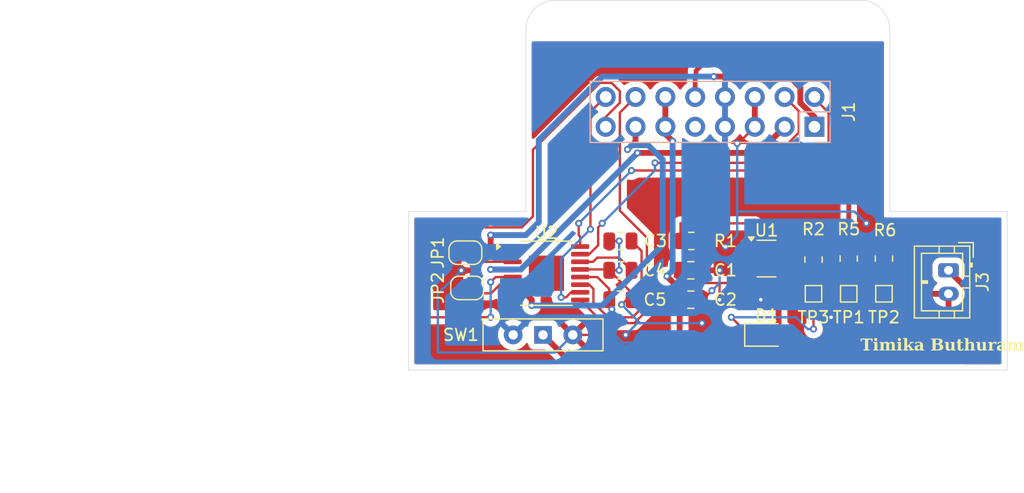
<source format=kicad_pcb>
(kicad_pcb (version 20240108) (generator "pcbnew") (generator_version "8.0")
  (layers (0 "F.Cu" signal) (31 "B.Cu" signal) (34 "B.Paste" user) (35 "F.Paste" user) (36 "B.SilkS" user "B.Silkscreen") (37 "F.SilkS" user "F.Silkscreen") (38 "B.Mask" user) (39 "F.Mask" user) (44 "Edge.Cuts" user))
  (net 0 "")
  (net 1 "/+BATT")
  (net 2 "GND")
  (net 3 "Net-(U2-VCP)")
  (net 4 "Net-(U2-VINT)")
  (net 5 "Net-(D1-K)")
  (net 6 "/5V")
  (net 7 "/Motor2_B")
  (net 8 "/BATT_ADC")
  (net 9 "/PD7")
  (net 10 "/Motor2_A")
  (net 11 "/PC6-91B")
  (net 12 "/Motor1_A")
  (net 13 "/PC6-91A")
  (net 14 "/PC6-92B")
  (net 15 "/Motor1_B")
  (net 16 "/PC6-92A")
  (net 17 "Net-(JP1-B)")
  (net 18 "Net-(JP2-B)")
  (net 19 "Net-(U1-PROG)")
  (net 20 "Net-(U1-STAT)")
  (net 21 "/FAULT")
  (net 22 "/EN")
  (net 23 "Net-(J3-Pin_1)")
  (footprint "Package_TO_SOT_SMD:SOT-23-5" (layer "F.Cu") (at 155 86.5)
    (property "Reference" "U1" (at 0 -2.4 0) (layer "F.SilkS"))
    (property "Value" "MCP73831-2-OT")
    (fp_line (start 0 -1.56) (end -0.8 -1.56) (stroke (width 0.12)) (layer "F.SilkS"))
    (fp_line (start 0 -1.56) (end 0.8 -1.56) (stroke (width 0.12)) (layer "F.SilkS"))
    (fp_line (start 0 1.56) (end -0.8 1.56) (stroke (width 0.12)) (layer "F.SilkS"))
    (fp_line (start 0 1.56) (end 0.8 1.56) (stroke (width 0.12)) (layer "F.SilkS"))
    (fp_poly (pts (xy -1.3 -1.51) (xy -1.54 -1.84) (xy -1.06 -1.84) (xy -1.3 -1.51)) (stroke (width 0.12)) (fill solid) (layer "F.SilkS"))
    (pad "1" smd roundrect (at -1.1375 -0.95) (size 1.325 0.6) (layers "F.Cu" "F.Paste" "F.Mask") (net 20 "Net-(U1-STAT)"))
    (pad "2" smd roundrect (at -1.1375 0) (size 1.325 0.6) (layers "F.Cu" "F.Paste" "F.Mask") (net 2 "GND"))
    (pad "3" smd roundrect (at -1.1375 0.95) (size 1.325 0.6) (layers "F.Cu" "F.Paste" "F.Mask") (net 1 "/+BATT"))
    (pad "4" smd roundrect (at 1.1375 0.95) (size 1.325 0.6) (layers "F.Cu" "F.Paste" "F.Mask") (net 6 "/5V"))
    (pad "5" smd roundrect (at 1.1375 -0.95) (size 1.325 0.6) (layers "F.Cu" "F.Paste" "F.Mask") (net 19 "Net-(U1-PROG)"))
  )
  (footprint "LED_SMD:LED_0805_2012Metric_Pad1.15x1.40mm_HandSolder" (layer "F.Cu") (at 155 93)
    (property "Reference" "D1" (at 0 -1.65 0) (layer "F.SilkS"))
    (property "Value" "LED")
    (fp_line (start -1.86 -0.96) (end -1.86 0.96) (stroke (width 0.12)) (layer "F.SilkS"))
    (fp_line (start -1.86 0.96) (end 1 0.96) (stroke (width 0.12)) (layer "F.SilkS"))
    (fp_line (start 1 -0.96) (end -1.86 -0.96) (stroke (width 0.12)) (layer "F.SilkS"))
    (pad "1" smd roundrect (at -1.025 0) (size 1.15 1.4) (layers "F.Cu" "F.Paste" "F.Mask") (roundrect_rratio 0.2173913043) (net 5 "Net-(D1-K)"))
    (pad "2" smd roundrect (at 1.025 0) (size 1.15 1.4) (layers "F.Cu" "F.Paste" "F.Mask") (roundrect_rratio 0.2173913043) (net 6 "/5V"))
  )
  (footprint "Resistor_SMD:R_0805_2012Metric" (layer "F.Cu") (at 159 86.5875 90)
    (property "Reference" "R2" (at 2.5875 0 0) (layer "F.SilkS"))
    (property "Value" "470")
    (fp_line (start -0.227064 -0.735) (end 0.227064 -0.735) (stroke (width 0.12)) (layer "F.SilkS"))
    (fp_line (start -0.227064 0.735) (end 0.227064 0.735) (stroke (width 0.12)) (layer "F.SilkS"))
    (pad "1" smd roundrect (at -0.9125 0 90) (size 1.025 1.4) (layers "F.Cu" "F.Paste" "F.Mask") (roundrect_rratio 0.243902439) (net 20 "Net-(U1-STAT)"))
    (pad "2" smd roundrect (at 0.9125 0 90) (size 1.025 1.4) (layers "F.Cu" "F.Paste" "F.Mask") (roundrect_rratio 0.243902439) (net 5 "Net-(D1-K)"))
  )
  (footprint "Connector_JST:JST_PH_B2B-PH-K_1x02_P2.00mm_Vertical" (layer "F.Cu") (at 170.5 87.5 -90)
    (property "Reference" "J3" (at 1 -2.9 90) (layer "F.SilkS"))
    (property "Value" "Conn_02x01")
    (fp_line (start -2.06 2.91) (end 4.06 2.91) (stroke (width 0.12)) (layer "F.SilkS"))
    (fp_line (start 4.06 2.91) (end 4.06 -1.81) (stroke (width 0.12)) (layer "F.SilkS"))
    (fp_line (start -1.45 2.3) (end 3.45 2.3) (stroke (width 0.12)) (layer "F.SilkS"))
    (fp_line (start 0.9 2.3) (end 0.9 1.8) (stroke (width 0.12)) (layer "F.SilkS"))
    (fp_line (start 1 2.3) (end 1 1.8) (stroke (width 0.12)) (layer "F.SilkS"))
    (fp_line (start 3.45 2.3) (end 3.45 -1.2) (stroke (width 0.12)) (layer "F.SilkS"))
    (fp_line (start 0.9 1.8) (end 1.1 1.8) (stroke (width 0.12)) (layer "F.SilkS"))
    (fp_line (start 1.1 1.8) (end 1.1 2.3) (stroke (width 0.12)) (layer "F.SilkS"))
    (fp_line (start -2.06 0.8) (end -1.45 0.8) (stroke (width 0.12)) (layer "F.SilkS"))
    (fp_line (start 4.06 0.8) (end 3.45 0.8) (stroke (width 0.12)) (layer "F.SilkS"))
    (fp_line (start -2.06 -0.5) (end -1.45 -0.5) (stroke (width 0.12)) (layer "F.SilkS"))
    (fp_line (start 4.06 -0.5) (end 3.45 -0.5) (stroke (width 0.12)) (layer "F.SilkS"))
    (fp_line (start -1.45 -1.2) (end -1.45 2.3) (stroke (width 0.12)) (layer "F.SilkS"))
    (fp_line (start 0.5 -1.2) (end -1.45 -1.2) (stroke (width 0.12)) (layer "F.SilkS"))
    (fp_line (start 1.5 -1.2) (end 1.5 -1.81) (stroke (width 0.12)) (layer "F.SilkS"))
    (fp_line (start 3.45 -1.2) (end 1.5 -1.2) (stroke (width 0.12)) (layer "F.SilkS"))
    (fp_line (start -2.06 -1.81) (end -2.06 2.91) (stroke (width 0.12)) (layer "F.SilkS"))
    (fp_line (start -0.3 -1.81) (end -0.3 -2.01) (stroke (width 0.12)) (layer "F.SilkS"))
    (fp_line (start 0.5 -1.81) (end 0.5 -1.2) (stroke (width 0.12)) (layer "F.SilkS"))
    (fp_line (start 4.06 -1.81) (end -2.06 -1.81) (stroke (width 0.12)) (layer "F.SilkS"))
    (fp_line (start -0.3 -1.91) (end -0.6 -1.91) (stroke (width 0.12)) (layer "F.SilkS"))
    (fp_line (start -0.6 -2.01) (end -0.6 -1.81) (stroke (width 0.12)) (layer "F.SilkS"))
    (fp_line (start -0.3 -2.01) (end -0.6 -2.01) (stroke (width 0.12)) (layer "F.SilkS"))
    (fp_line (start -2.36 -2.11) (end -2.36 -0.86) (stroke (width 0.12)) (layer "F.SilkS"))
    (fp_line (start -1.11 -2.11) (end -2.36 -2.11) (stroke (width 0.12)) (layer "F.SilkS"))
    (pad "1" thru_hole roundrect (at 0 0 270) (size 1.2 1.75) (drill 0.75) (layers "*.Cu" "*.Mask") (roundrect_rratio 0.2083333333) (net 23 "Net-(J3-Pin_1)"))
    (pad "2" thru_hole oval (at 2 0 270) (size 1.2 1.75) (drill 0.75) (layers "*.Cu" "*.Mask") (net 2 "GND"))
  )
  (footprint "Package_SO:TSSOP-16-1EP_4.4x5mm_P0.65mm_EP3x3mm" (layer "F.Cu") (at 136.25 87.75)
    (property "Reference" "U2" (at 0 -3.45 0) (layer "F.SilkS"))
    (property "Value" "DRV8833PW")
    (fp_line (start 0 -2.735) (end -2.2 -2.735) (stroke (width 0.12)) (layer "F.SilkS"))
    (fp_line (start 0 -2.735) (end 2.2 -2.735) (stroke (width 0.12)) (layer "F.SilkS"))
    (fp_line (start 0 2.735) (end -2.2 2.735) (stroke (width 0.12)) (layer "F.SilkS"))
    (fp_line (start 0 2.735) (end 2.2 2.735) (stroke (width 0.12)) (layer "F.SilkS"))
    (fp_poly (pts (xy -3.91 -2.275) (xy -4.24 -2.515) (xy -4.24 -2.035) (xy -3.91 -2.275)) (stroke (width 0.12)) (fill solid) (layer "F.SilkS"))
    (pad "1" smd roundrect (at -2.875 -2.275) (size 1.55 0.4) (layers "F.Cu" "F.Paste" "F.Mask") (net 22 "/EN"))
    (pad "2" smd roundrect (at -2.875 -1.625) (size 1.55 0.4) (layers "F.Cu" "F.Paste" "F.Mask") (net 10 "/Motor2_A"))
    (pad "3" smd roundrect (at -2.875 -0.975) (size 1.55 0.4) (layers "F.Cu" "F.Paste" "F.Mask") (net 17 "Net-(JP1-B)"))
    (pad "4" smd roundrect (at -2.875 -0.325) (size 1.55 0.4) (layers "F.Cu" "F.Paste" "F.Mask") (net 7 "/Motor2_B"))
    (pad "5" smd roundrect (at -2.875 0.325) (size 1.55 0.4) (layers "F.Cu" "F.Paste" "F.Mask") (net 15 "/Motor1_B"))
    (pad "6" smd roundrect (at -2.875 0.975) (size 1.55 0.4) (layers "F.Cu" "F.Paste" "F.Mask") (net 18 "Net-(JP2-B)"))
    (pad "7" smd roundrect (at -2.875 1.625) (size 1.55 0.4) (layers "F.Cu" "F.Paste" "F.Mask") (net 12 "/Motor1_A"))
    (pad "8" smd roundrect (at -2.875 2.275) (size 1.55 0.4) (layers "F.Cu" "F.Paste" "F.Mask") (net 21 "/FAULT"))
    (pad "9" smd roundrect (at 2.875 2.275) (size 1.55 0.4) (layers "F.Cu" "F.Paste" "F.Mask") (net 13 "/PC6-91A"))
    (pad "10" smd roundrect (at 2.875 1.625) (size 1.55 0.4) (layers "F.Cu" "F.Paste" "F.Mask") (net 11 "/PC6-91B"))
    (pad "11" smd roundrect (at 2.875 0.975) (size 1.55 0.4) (layers "F.Cu" "F.Paste" "F.Mask") (net 3 "Net-(U2-VCP)"))
    (pad "12" smd roundrect (at 2.875 0.325) (size 1.55 0.4) (layers "F.Cu" "F.Paste" "F.Mask") (net 1 "/+BATT"))
    (pad "13" smd roundrect (at 2.875 -0.325) (size 1.55 0.4) (layers "F.Cu" "F.Paste" "F.Mask") (net 2 "GND"))
    (pad "14" smd roundrect (at 2.875 -0.975) (size 1.55 0.4) (layers "F.Cu" "F.Paste" "F.Mask") (net 4 "Net-(U2-VINT)"))
    (pad "15" smd roundrect (at 2.875 -1.625) (size 1.55 0.4) (layers "F.Cu" "F.Paste" "F.Mask") (net 14 "/PC6-92B"))
    (pad "16" smd roundrect (at 2.875 -2.275) (size 1.55 0.4) (layers "F.Cu" "F.Paste" "F.Mask") (net 16 "/PC6-92A"))
    (pad "17" smd rect (at 0 0) (size 3 3) (property pad_prop_heatsink) (layers "F.Cu" "F.Mask"))
  )
  (footprint "Capacitor_SMD:C_0805_2012Metric" (layer "F.Cu") (at 142.55 90)
    (property "Reference" "C5" (at 2.95 0 0) (layer "F.SilkS"))
    (property "Value" "10uF")
    (fp_line (start -0.261252 -0.735) (end 0.261252 -0.735) (stroke (width 0.12)) (layer "F.SilkS"))
    (fp_line (start -0.261252 0.735) (end 0.261252 0.735) (stroke (width 0.12)) (layer "F.SilkS"))
    (pad "1" smd roundrect (at -0.95 0) (size 1 1.45) (layers "F.Cu" "F.Paste" "F.Mask") (net 1 "/+BATT"))
    (pad "2" smd roundrect (at 0.95 0) (size 1 1.45) (layers "F.Cu" "F.Paste" "F.Mask") (net 2 "GND"))
  )
  (footprint "TestPoint:TestPoint_Pad_1.0x1.0mm" (layer "F.Cu") (at 165 89.5)
    (property "Reference" "TP2" (at 0 2 0) (layer "F.SilkS"))
    (property "Value" "TestPoint")
    (fp_line (start -0.7 -0.7) (end 0.7 -0.7) (stroke (width 0.12)) (layer "F.SilkS"))
    (fp_line (start -0.7 0.7) (end -0.7 -0.7) (stroke (width 0.12)) (layer "F.SilkS"))
    (fp_line (start 0.7 -0.7) (end 0.7 0.7) (stroke (width 0.12)) (layer "F.SilkS"))
    (fp_line (start 0.7 0.7) (end -0.7 0.7) (stroke (width 0.12)) (layer "F.SilkS"))
    (pad "1" smd rect (at 0 0) (size 1 1) (layers "F.Cu" "F.Mask") (net 8 "/BATT_ADC"))
  )
  (footprint "Jumper:SolderJumper-2_P1.3mm_Bridged_RoundedPad1.0x1.5mm" (layer "F.Cu") (at 129.5 89)
    (property "Reference" "JP2" (at -2.5 0 90) (layer "F.SilkS"))
    (property "Value" "Jumper_2_Bridged")
    (fp_poly (pts (xy 0.25 -0.3) (xy -0.25 -0.3) (xy -0.25 0.3) (xy 0.25 0.3)) (fill solid) (layer "F.Cu"))
    (fp_line (start -1.4 0.3) (end -1.4 -0.3) (stroke (width 0.12)) (layer "F.SilkS"))
    (fp_line (start -0.7 -1) (end 0.7 -1) (stroke (width 0.12)) (layer "F.SilkS"))
    (fp_line (start 0.7 1) (end -0.7 1) (stroke (width 0.12)) (layer "F.SilkS"))
    (fp_line (start 1.4 -0.3) (end 1.4 0.3) (stroke (width 0.12)) (layer "F.SilkS"))
    (fp_arc (start -1.4 -0.3) (mid -1.194975 -0.794975) (end -0.7 -1) (stroke (width 0.12)) (layer "F.SilkS"))
    (fp_arc (start -0.7 1) (mid -1.194975 0.794975) (end -1.4 0.3) (stroke (width 0.12)) (layer "F.SilkS"))
    (fp_arc (start 0.7 -1) (mid 1.194975 -0.794975) (end 1.4 -0.3) (stroke (width 0.12)) (layer "F.SilkS"))
    (fp_arc (start 1.4 0.3) (mid 1.194975 0.794975) (end 0.7 1) (stroke (width 0.12)) (layer "F.SilkS"))
    (pad "1" smd custom (at -0.65 0) (size 1 0.5) (layers "F.Cu" "F.Mask") (net 2 "GND") (options (clearance outline) (anchor rect)) (primitives (gr_circle (center 0 0.25) (end 0.5 0.25) (width 0) (fill yes)) (gr_circle (center 0 -0.25) (end 0.5 -0.25) (width 0) (fill yes)) (gr_poly (pts (xy 0.5 0.75) (xy 0 0.75) (xy 0 -0.75) (xy 0.5 -0.75)) (width 0) (fill yes))))
    (pad "2" smd custom (at 0.65 0) (size 1 0.5) (layers "F.Cu" "F.Mask") (net 18 "Net-(JP2-B)") (options (clearance outline) (anchor rect)) (primitives (gr_circle (center 0 0.25) (end 0.5 0.25) (width 0) (fill yes)) (gr_circle (center 0 -0.25) (end 0.5 -0.25) (width 0) (fill yes)) (gr_poly (pts (xy 0 0.75) (xy -0.5 0.75) (xy -0.5 -0.75) (xy 0 -0.75)) (width 0) (fill yes))))
  )
  (footprint "TestPoint:TestPoint_Pad_1.0x1.0mm" (layer "F.Cu") (at 162 89.5)
    (property "Reference" "TP1" (at 0 2 0) (layer "F.SilkS"))
    (property "Value" "TestPoint")
    (fp_line (start -0.7 -0.7) (end 0.7 -0.7) (stroke (width 0.12)) (layer "F.SilkS"))
    (fp_line (start -0.7 0.7) (end -0.7 -0.7) (stroke (width 0.12)) (layer "F.SilkS"))
    (fp_line (start 0.7 -0.7) (end 0.7 0.7) (stroke (width 0.12)) (layer "F.SilkS"))
    (fp_line (start 0.7 0.7) (end -0.7 0.7) (stroke (width 0.12)) (layer "F.SilkS"))
    (pad "1" smd rect (at 0 0) (size 1 1) (layers "F.Cu" "F.Mask") (net 1 "/+BATT"))
  )
  (footprint "Resistor_SMD:R_0805_2012Metric" (layer "F.Cu") (at 162 86.5 90)
    (property "Reference" "R5" (at 2.5 0 0) (layer "F.SilkS"))
    (property "Value" "100k")
    (fp_line (start -0.227064 -0.735) (end 0.227064 -0.735) (stroke (width 0.12)) (layer "F.SilkS"))
    (fp_line (start -0.227064 0.735) (end 0.227064 0.735) (stroke (width 0.12)) (layer "F.SilkS"))
    (pad "1" smd roundrect (at -0.9125 0 90) (size 1.025 1.4) (layers "F.Cu" "F.Paste" "F.Mask") (roundrect_rratio 0.243902439) (net 1 "/+BATT"))
    (pad "2" smd roundrect (at 0.9125 0 90) (size 1.025 1.4) (layers "F.Cu" "F.Paste" "F.Mask") (roundrect_rratio 0.243902439) (net 8 "/BATT_ADC"))
  )
  (footprint "Button_Switch_THT:SW_Slide-03_Wuerth-WS-SLTV_10x2.5x6.4_P2.54mm" (layer "F.Cu") (at 135.96 93)
    (property "Reference" "SW1" (at -7 0 0) (layer "F.SilkS"))
    (property "Value" "SW_SPDT")
    (fp_rect (start -5.11 -1.36) (end 5.11 1.36) (stroke (width 0.12)) (fill none) (layer "F.SilkS"))
    (pad "1" thru_hole rect (at 0 0) (size 1.5 1.5) (drill 0.8) (layers "*.Cu" "*.Mask") (net 23 "Net-(J3-Pin_1)"))
    (pad "2" thru_hole circle (at -2.54 0) (size 1.6 1.6) (drill 0.8) (layers "*.Cu" "*.Mask") (net 1 "/+BATT"))
    (pad "3" thru_hole circle (at 2.54 0) (size 1.6 1.6) (drill 0.8) (layers "*.Cu" "*.Mask") (net 2 "GND"))
  )
  (footprint "TestPoint:TestPoint_Pad_1.0x1.0mm" (layer "F.Cu") (at 159 89.5)
    (property "Reference" "TP3" (at 0 2 0) (layer "F.SilkS"))
    (property "Value" "TestPoint")
    (fp_line (start -0.7 -0.7) (end 0.7 -0.7) (stroke (width 0.12)) (layer "F.SilkS"))
    (fp_line (start -0.7 0.7) (end -0.7 -0.7) (stroke (width 0.12)) (layer "F.SilkS"))
    (fp_line (start 0.7 -0.7) (end 0.7 0.7) (stroke (width 0.12)) (layer "F.SilkS"))
    (fp_line (start 0.7 0.7) (end -0.7 0.7) (stroke (width 0.12)) (layer "F.SilkS"))
    (pad "1" smd rect (at 0 0) (size 1 1) (layers "F.Cu" "F.Mask") (net 5 "Net-(D1-K)"))
  )
  (footprint "Resistor_SMD:R_0805_2012Metric" (layer "F.Cu") (at 148.5875 85)
    (property "Reference" "R1" (at 2.9125 0 0) (layer "F.SilkS"))
    (property "Value" "2k")
    (fp_line (start -0.227064 -0.735) (end 0.227064 -0.735) (stroke (width 0.12)) (layer "F.SilkS"))
    (fp_line (start -0.227064 0.735) (end 0.227064 0.735) (stroke (width 0.12)) (layer "F.SilkS"))
    (pad "1" smd roundrect (at -0.9125 0) (size 1.025 1.4) (layers "F.Cu" "F.Paste" "F.Mask") (roundrect_rratio 0.243902439) (net 19 "Net-(U1-PROG)"))
    (pad "2" smd roundrect (at 0.9125 0) (size 1.025 1.4) (layers "F.Cu" "F.Paste" "F.Mask") (roundrect_rratio 0.243902439) (net 2 "GND"))
  )
  (footprint "Capacitor_SMD:C_0805_2012Metric" (layer "F.Cu") (at 142.55 85)
    (property "Reference" "C3" (at 3 0 0) (layer "F.SilkS"))
    (property "Value" "10nF")
    (fp_line (start -0.261252 -0.735) (end 0.261252 -0.735) (stroke (width 0.12)) (layer "F.SilkS"))
    (fp_line (start -0.261252 0.735) (end 0.261252 0.735) (stroke (width 0.12)) (layer "F.SilkS"))
    (pad "1" smd roundrect (at -0.95 0) (size 1 1.45) (layers "F.Cu" "F.Paste" "F.Mask") (net 2 "GND"))
    (pad "2" smd roundrect (at 0.95 0) (size 1 1.45) (layers "F.Cu" "F.Paste" "F.Mask") (net 3 "Net-(U2-VCP)"))
  )
  (footprint "Capacitor_SMD:C_0805_2012Metric" (layer "F.Cu") (at 142.55 87.5)
    (property "Reference" "C4" (at 2.95 0 0) (layer "F.SilkS"))
    (property "Value" "2.2uF")
    (fp_line (start -0.261252 -0.735) (end 0.261252 -0.735) (stroke (width 0.12)) (layer "F.SilkS"))
    (fp_line (start -0.261252 0.735) (end 0.261252 0.735) (stroke (width 0.12)) (layer "F.SilkS"))
    (pad "1" smd roundrect (at -0.95 0) (size 1 1.45) (layers "F.Cu" "F.Paste" "F.Mask") (net 2 "GND"))
    (pad "2" smd roundrect (at 0.95 0) (size 1 1.45) (layers "F.Cu" "F.Paste" "F.Mask") (net 4 "Net-(U2-VINT)"))
  )
  (footprint "Jumper:SolderJumper-2_P1.3mm_Bridged_RoundedPad1.0x1.5mm" (layer "F.Cu") (at 129.35 86)
    (property "Reference" "JP1" (at -2.35 0 90) (layer "F.SilkS"))
    (property "Value" "Jumper_2_Bridged")
    (fp_poly (pts (xy 0.25 -0.3) (xy -0.25 -0.3) (xy -0.25 0.3) (xy 0.25 0.3)) (fill solid) (layer "F.Cu"))
    (fp_line (start -1.4 0.3) (end -1.4 -0.3) (stroke (width 0.12)) (layer "F.SilkS"))
    (fp_line (start -0.7 -1) (end 0.7 -1) (stroke (width 0.12)) (layer "F.SilkS"))
    (fp_line (start 0.7 1) (end -0.7 1) (stroke (width 0.12)) (layer "F.SilkS"))
    (fp_line (start 1.4 -0.3) (end 1.4 0.3) (stroke (width 0.12)) (layer "F.SilkS"))
    (fp_arc (start -1.4 -0.3) (mid -1.194975 -0.794975) (end -0.7 -1) (stroke (width 0.12)) (layer "F.SilkS"))
    (fp_arc (start -0.7 1) (mid -1.194975 0.794975) (end -1.4 0.3) (stroke (width 0.12)) (layer "F.SilkS"))
    (fp_arc (start 0.7 -1) (mid 1.194975 -0.794975) (end 1.4 -0.3) (stroke (width 0.12)) (layer "F.SilkS"))
    (fp_arc (start 1.4 0.3) (mid 1.194975 0.794975) (end 0.7 1) (stroke (width 0.12)) (layer "F.SilkS"))
    (pad "1" smd custom (at -0.65 0) (size 1 0.5) (layers "F.Cu" "F.Mask") (net 2 "GND") (options (clearance outline) (anchor rect)) (primitives (gr_circle (center 0 0.25) (end 0.5 0.25) (width 0) (fill yes)) (gr_circle (center 0 -0.25) (end 0.5 -0.25) (width 0) (fill yes)) (gr_poly (pts (xy 0.5 0.75) (xy 0 0.75) (xy 0 -0.75) (xy 0.5 -0.75)) (width 0) (fill yes))))
    (pad "2" smd custom (at 0.65 0) (size 1 0.5) (layers "F.Cu" "F.Mask") (net 17 "Net-(JP1-B)") (options (clearance outline) (anchor rect)) (primitives (gr_circle (center 0 0.25) (end 0.5 0.25) (width 0) (fill yes)) (gr_circle (center 0 -0.25) (end 0.5 -0.25) (width 0) (fill yes)) (gr_poly (pts (xy 0 0.75) (xy -0.5 0.75) (xy -0.5 -0.75) (xy 0 -0.75)) (width 0) (fill yes))))
  )
  (footprint "Capacitor_SMD:C_0805_2012Metric" (layer "F.Cu") (at 148.55 87.5)
    (property "Reference" "C1" (at 2.95 0 0) (layer "F.SilkS"))
    (property "Value" "4.7u")
    (fp_line (start -0.261252 -0.735) (end 0.261252 -0.735) (stroke (width 0.12)) (layer "F.SilkS"))
    (fp_line (start -0.261252 0.735) (end 0.261252 0.735) (stroke (width 0.12)) (layer "F.SilkS"))
    (pad "1" smd roundrect (at -0.95 0) (size 1 1.45) (layers "F.Cu" "F.Paste" "F.Mask") (net 1 "/+BATT"))
    (pad "2" smd roundrect (at 0.95 0) (size 1 1.45) (layers "F.Cu" "F.Paste" "F.Mask") (net 2 "GND"))
  )
  (footprint "Resistor_SMD:R_0805_2012Metric" (layer "F.Cu") (at 165 86.5 90)
    (property "Reference" "R6" (at 2.415 0.085 360) (layer "F.SilkS"))
    (property "Value" "100k")
    (fp_line (start -0.227064 -0.735) (end 0.227064 -0.735) (stroke (width 0.12)) (layer "F.SilkS"))
    (fp_line (start -0.227064 0.735) (end 0.227064 0.735) (stroke (width 0.12)) (layer "F.SilkS"))
    (pad "1" smd roundrect (at -0.9125 0 90) (size 1.025 1.4) (layers "F.Cu" "F.Paste" "F.Mask") (roundrect_rratio 0.243902439) (net 8 "/BATT_ADC"))
    (pad "2" smd roundrect (at 0.9125 0 90) (size 1.025 1.4) (layers "F.Cu" "F.Paste" "F.Mask") (roundrect_rratio 0.243902439) (net 2 "GND"))
  )
  (footprint "Capacitor_SMD:C_0805_2012Metric" (layer "F.Cu") (at 148.55 90)
    (property "Reference" "C2" (at 2.95 0 0) (layer "F.SilkS"))
    (property "Value" "4.7u")
    (fp_line (start -0.261252 -0.735) (end 0.261252 -0.735) (stroke (width 0.12)) (layer "F.SilkS"))
    (fp_line (start -0.261252 0.735) (end 0.261252 0.735) (stroke (width 0.12)) (layer "F.SilkS"))
    (pad "1" smd roundrect (at -0.95 0) (size 1 1.45) (layers "F.Cu" "F.Paste" "F.Mask") (net 6 "/5V"))
    (pad "2" smd roundrect (at 0.95 0) (size 1 1.45) (layers "F.Cu" "F.Paste" "F.Mask") (net 2 "GND"))
  )
  (footprint "Connector_PinHeader_2.54mm:PinHeader_2x08_P2.54mm_Vertical" (layer "B.Cu") (at 159.08 75.275 90)
    (property "Reference" "J1" (at 1.275 2.92 -270) (layer "F.SilkS"))
    (property "Value" "Conn_02x08_Odd_Even")
    (fp_line (start 3.87 -19.11) (end -1.33 -19.11) (stroke (width 0.12)) (layer "B.SilkS"))
    (fp_line (start 3.87 -19.11) (end 3.87 1.33) (stroke (width 0.12)) (layer "B.SilkS"))
    (fp_line (start -1.33 -19.11) (end -1.33 -1.27) (stroke (width 0.12)) (layer "B.SilkS"))
    (fp_line (start 1.27 -1.27) (end -1.33 -1.27) (stroke (width 0.12)) (layer "B.SilkS"))
    (fp_line (start 3.87 1.33) (end 1.27 1.33) (stroke (width 0.12)) (layer "B.SilkS"))
    (fp_line (start 1.27 1.33) (end 1.27 -1.27) (stroke (width 0.12)) (layer "B.SilkS"))
    (fp_line (start 0 1.33) (end -1.33 1.33) (stroke (width 0.12)) (layer "B.SilkS"))
    (fp_line (start -1.33 1.33) (end -1.33 0) (stroke (width 0.12)) (layer "B.SilkS"))
    (pad "1" thru_hole rect (at 0 0 90) (size 1.7 1.7) (drill 1) (layers "*.Cu" "*.Mask") (net 10 "/Motor2_A"))
    (pad "2" thru_hole oval (at 2.54 0 90) (size 1.7 1.7) (drill 1) (layers "*.Cu" "*.Mask") (net 16 "/PC6-92A"))
    (pad "3" thru_hole oval (at 0 -2.54 90) (size 1.7 1.7) (drill 1) (layers "*.Cu" "*.Mask") (net 7 "/Motor2_B"))
    (pad "4" thru_hole oval (at 2.54 -2.54 90) (size 1.7 1.7) (drill 1) (layers "*.Cu" "*.Mask") (net 14 "/PC6-92B"))
    (pad "5" thru_hole oval (at 0 -5.08 90) (size 1.7 1.7) (drill 1) (layers "*.Cu" "*.Mask") (net 2 "GND"))
    (pad "6" thru_hole oval (at 2.54 -5.08 90) (size 1.7 1.7) (drill 1) (layers "*.Cu" "*.Mask") (net 2 "GND"))
    (pad "7" thru_hole oval (at 0 -7.62 90) (size 1.7 1.7) (drill 1) (layers "*.Cu" "*.Mask") (net 1 "/+BATT"))
    (pad "8" thru_hole oval (at 2.54 -7.62 90) (size 1.7 1.7) (drill 1) (layers "*.Cu" "*.Mask") (net 1 "/+BATT"))
    (pad "9" thru_hole oval (at 0 -10.16 90) (size 1.7 1.7) (drill 1) (layers "*.Cu" "*.Mask") (net 9 "/PD7"))
    (pad "10" thru_hole oval (at 2.54 -10.16 90) (size 1.7 1.7) (drill 1) (layers "*.Cu" "*.Mask") (net 8 "/BATT_ADC"))
    (pad "11" thru_hole oval (at 0 -12.7 90) (size 1.7 1.7) (drill 1) (layers "*.Cu" "*.Mask") (net 6 "/5V"))
    (pad "12" thru_hole oval (at 2.54 -12.7 90) (size 1.7 1.7) (drill 1) (layers "*.Cu" "*.Mask") (net 6 "/5V"))
    (pad "13" thru_hole oval (at 0 -15.24 90) (size 1.7 1.7) (drill 1) (layers "*.Cu" "*.Mask") (net 12 "/Motor1_A"))
    (pad "14" thru_hole oval (at 2.54 -15.24 90) (size 1.7 1.7) (drill 1) (layers "*.Cu" "*.Mask") (net 13 "/PC6-91A"))
    (pad "15" thru_hole oval (at 0 -17.78 90) (size 1.7 1.7) (drill 1) (layers "*.Cu" "*.Mask") (net 15 "/Motor1_B"))
    (pad "16" thru_hole oval (at 2.54 -17.78 90) (size 1.7 1.7) (drill 1) (layers "*.Cu" "*.Mask") (net 11 "/PC6-91B"))
  )
  (gr_line (start 124.5 82.5) (end 124.5 96) (stroke (width 0.05)) (layer "Edge.Cuts"))
  (gr_line (start 124.5 96) (end 175.5 96) (stroke (width 0.05)) (layer "Edge.Cuts"))
  (gr_line (start 175.5 82.5) (end 175.5 96) (stroke (width 0.05)) (layer "Edge.Cuts"))
  (gr_line (start 137 64.5) (end 163 64.5) (stroke (width 0.05)) (layer "Edge.Cuts"))
  (gr_line (start 165.5 82.5) (end 175.5 82.5) (stroke (width 0.05)) (layer "Edge.Cuts"))
  (gr_line (start 134.5 67) (end 134.5 82.5) (stroke (width 0.05)) (layer "Edge.Cuts"))
  (gr_line (start 134.5 82.5) (end 124.5 82.5) (stroke (width 0.05)) (layer "Edge.Cuts"))
  (gr_arc (start 163 64.5) (mid 164.767767 65.232233) (end 165.5 67) (stroke (width 0.05)) (layer "Edge.Cuts"))
  (gr_arc (start 134.5 67) (mid 135.232233 65.232233) (end 137 64.5) (stroke (width 0.05)) (layer "Edge.Cuts"))
  (gr_line (start 165.5 67) (end 165.5 82.5) (stroke (width 0.05)) (layer "Edge.Cuts"))
  (gr_text "Timika Buthuram" (at 163 94.5 0) (layer "F.SilkS") (effects (font (size 1 1) (thickness 0.2) (bold yes)) (justify left bottom)))
  (segment (start 152.7335 88.579) (end 153.8625 87.45) (width 0.2) (layer "F.Cu") (net 1))
  (segment (start 147.6 87.5) (end 148.679 88.579) (width 0.2) (layer "F.Cu") (net 1))
  (segment (start 141.6 90.589685) (end 141.823672 90.813357) (width 0.2) (layer "F.Cu") (net 1))
  (segment (start 141.6 90) (end 141.6 90.589685) (width 0.2) (layer "F.Cu") (net 1))
  (segment (start 162 89.5) (end 162 90) (width 0.5) (layer "F.Cu") (net 1))
  (segment (start 151 88.579) (end 152.7335 88.579) (width 0.2) (layer "F.Cu") (net 1))
  (segment (start 154.5 90) (end 154.5 88.0875) (width 0.5) (layer "F.Cu") (net 1))
  (segment (start 139.125 88.075) (end 140.588888 88.075) (width 0.2) (layer "F.Cu") (net 1))
  (segment (start 162 89.5) (end 162 87.4125) (width 0.5) (layer "F.Cu") (net 1))
  (segment (start 140.588888 88.075) (end 141.6 89.086112) (width 0.2) (layer "F.Cu") (net 1))
  (segment (start 162 90) (end 160.5 91.5) (width 0.5) (layer "F.Cu") (net 1))
  (segment (start 141.6 89.086112) (end 141.6 90) (width 0.2) (layer "F.Cu") (net 1))
  (segment (start 151 90) (end 151 88.579) (width 0.2) (layer "F.Cu") (net 1))
  (segment (start 154.5 88.0875) (end 153.8625 87.45) (width 0.5) (layer "F.Cu") (net 1))
  (segment (start 148.679 88.579) (end 151 88.579) (width 0.2) (layer "F.Cu") (net 1))
  (via (at 160.5 91.5) (size 0.6) (drill 0.3) (layers "F.Cu" "B.Cu") (net 1))
  (via (at 141.823672 90.813357) (size 0.6) (drill 0.3) (layers "F.Cu" "B.Cu") (net 1))
  (via (at 154.5 90) (size 0.6) (drill 0.3) (layers "F.Cu" "B.Cu") (net 1))
  (via (at 151 90) (size 0.6) (drill 0.3) (layers "F.Cu" "B.Cu") (net 1))
  (segment (start 141.823672 92.748568) (end 142.729104 93.654) (width 0.2) (layer "B.Cu") (net 1))
  (segment (start 160.5 91.5) (end 159 90) (width 0.5) (layer "B.Cu") (net 1))
  (segment (start 142.729104 93.654) (end 148.846 93.654) (width 0.2) (layer "B.Cu") (net 1))
  (segment (start 141.823672 90.813357) (end 141.823672 92.748568) (width 0.2) (layer "B.Cu") (net 1))
  (segment (start 148.846 93.654) (end 151 91.5) (width 0.2) (layer "B.Cu") (net 1))
  (segment (start 159 90) (end 154.5 90) (width 0.5) (layer "B.Cu") (net 1))
  (segment (start 151 91.5) (end 151 90) (width 0.2) (layer "B.Cu") (net 1))
  (segment (start 128.85 89) (end 128.85 87.65) (width 0.2) (layer "F.Cu") (net 2))
  (segment (start 165 85.5875) (end 165 85) (width 0.2) (layer "F.Cu") (net 2))
  (segment (start 149.5 85) (end 151 85) (width 0.2) (layer "F.Cu") (net 2))
  (segment (start 152.579 76.696) (end 154 75.275) (width 0.2) (layer "F.Cu") (net 2))
  (segment (start 142.446 87.5) (end 141.6 87.5) (width 0.2) (layer "F.Cu") (net 2))
  (segment (start 143.079 90) (end 142.654 90.425) (width 0.2) (layer "F.Cu") (net 2))
  (segment (start 141.6 85) (end 142.446 85) (width 0.2) (layer "F.Cu") (net 2))
  (segment (start 165 85) (end 163.5 83.5) (width 0.2) (layer "F.Cu") (net 2))
  (segment (start 139 93) (end 143 93) (width 0.2) (layer "F.Cu") (net 2))
  (segment (start 151 85) (end 151.5 85.5) (width 0.2) (layer "F.Cu") (net 2))
  (segment (start 152.5 76.696) (end 152.579 76.696) (width 0.2) (layer "F.Cu") (net 2))
  (segment (start 143.5 89.4) (end 143.5 90) (width 0.2) (layer "F.Cu") (net 2))
  (segment (start 149.5 92) (end 149.5 90) (width 0.2) (layer "F.Cu") (net 2))
  (segment (start 151 87.5) (end 149.5 87.5) (width 0.2) (layer "F.Cu") (net 2))
  (segment (start 149.5 87.5) (end 151.5 85.5) (width 0.2) (layer "F.Cu") (net 2))
  (segment (start 128.85 87.65) (end 129 87.5) (width 0.2) (layer "F.Cu") (net 2))
  (segment (start 143.5 90) (end 143.079 90) (width 0.2) (layer "F.Cu") (net 2))
  (segment (start 139.125 87.425) (end 141.525 87.425) (width 0.2) (layer "F.Cu") (net 2))
  (segment (start 138.5 93) (end 139 93) (width 0.2) (layer "F.Cu") (net 2))
  (segment (start 149.579 90) (end 150.346 89.233) (width 0.2) (layer "F.Cu") (net 2))
  (segment (start 149.5 90) (end 149.579 90) (width 0.2) (layer "F.Cu") (net 2))
  (segment (start 141.525 87.425) (end 141.6 87.5) (width 0.2) (layer "F.Cu") (net 2))
  (segment (start 141.6 87.5) (end 143.5 89.4) (width 0.2) (layer "F.Cu") (net 2))
  (via (at 151 87.5) (size 0.6) (drill 0.3) (layers "F.Cu" "B.Cu") (net 2))
  (via (at 152.5 76.696) (size 0.6) (drill 0.3) (layers "F.Cu" "B.Cu") (net 2))
  (via (at 151.5 85.5) (size 0.6) (drill 0.3) (layers "F.Cu" "B.Cu") (net 2))
  (via (at 142.654 90.425) (size 0.6) (drill 0.3) (layers "F.Cu" "B.Cu") (net 2))
  (via (at 143 93) (size 0.6) (drill 0.3) (layers "F.Cu" "B.Cu") (net 2))
  (via (at 142.446 87.5) (size 0.6) (drill 0.3) (layers "F.Cu" "B.Cu") (net 2))
  (via (at 142.446 85) (size 0.6) (drill 0.3) (layers "F.Cu" "B.Cu") (net 2))
  (via (at 163.5 83.5) (size 0.6) (drill 0.3) (layers "F.Cu" "B.Cu") (net 2))
  (via (at 149.5 92) (size 0.6) (drill 0.3) (layers "F.Cu" "B.Cu") (net 2))
  (via (at 150.346 89.233) (size 0.6) (drill 0.3) (layers "F.Cu" "B.Cu") (net 2))
  (via (at 129 87.5) (size 0.6) (drill 0.3) (layers "F.Cu" "B.Cu") (net 2))
  (segment (start 127 89.5) (end 127 94.5) (width 0.2) (layer "B.Cu") (net 2))
  (segment (start 142.654 90.425) (end 144.229 92) (width 0.2) (layer "B.Cu") (net 2))
  (segment (start 151 88.579) (end 151 87.5) (width 0.2) (layer "B.Cu") (net 2))
  (segment (start 127 94.5) (end 137 94.5) (width 0.2) (layer "B.Cu") (net 2))
  (segment (start 137 94.5) (end 138.5 93) (width 0.2) (layer "B.Cu") (net 2))
  (segment (start 144 92) (end 144.229 92) (width 0.2) (layer "B.Cu") (net 2))
  (segment (start 152.5 84.5) (end 152.5 82.5) (width 0.2) (layer "B.Cu") (net 2))
  (segment (start 163.5 83.5) (end 162.5 82.5) (width 0.2) (layer "B.Cu") (net 2))
  (segment (start 144.229 92) (end 149.5 92) (width 0.2) (layer "B.Cu") (net 2))
  (segment (start 152.5 82.5) (end 152.5 76.696) (width 0.2) (layer "B.Cu") (net 2))
  (segment (start 142.446 85.946) (end 142.446 87.5) (width 0.2) (layer "B.Cu") (net 2))
  (segment (start 142.446 85) (end 142.446 85.946) (width 0.2) (layer "B.Cu") (net 2))
  (segment (start 129 87.5) (end 127 89.5) (width 0.2) (layer "B.Cu") (net 2))
  (segment (start 162.5 82.5) (end 152.5 82.5) (width 0.2) (layer "B.Cu") (net 2))
  (segment (start 150.346 89.233) (end 151 88.579) (width 0.2) (layer "B.Cu") (net 2))
  (segment (start 143 93) (end 144 92) (width 0.2) (layer "B.Cu") (net 2))
  (segment (start 151.5 85.5) (end 152.5 84.5) (width 0.2) (layer "B.Cu") (net 2))
  (segment (start 141.5 91.5) (end 140.254 90.254) (width 0.2) (layer "F.Cu") (net 3))
  (segment (start 144.354 85.854) (end 144.354 90.732112) (width 0.2) (layer "F.Cu") (net 3))
  (segment (start 143.586112 91.5) (end 141.5 91.5) (width 0.2) (layer "F.Cu") (net 3))
  (segment (start 144.354 90.732112) (end 143.586112 91.5) (width 0.2) (layer "F.Cu") (net 3))
  (segment (start 143.5 85) (end 144.354 85.854) (width 0.2) (layer "F.Cu") (net 3))
  (segment (start 140.254 90.254) (end 140.254 89.079001) (width 0.2) (layer "F.Cu") (net 3))
  (segment (start 139.899999 88.725) (end 139.125 88.725) (width 0.2) (layer "F.Cu") (net 3))
  (segment (start 140.254 89.079001) (end 139.899999 88.725) (width 0.2) (layer "F.Cu") (net 3))
  (segment (start 140.225 86.775) (end 139.125 86.775) (width 0.2) (layer "F.Cu") (net 4))
  (segment (start 142.421 86.421) (end 140.579 86.421) (width 0.2) (layer "F.Cu") (net 4))
  (segment (start 140.579 86.421) (end 140.225 86.775) (width 0.2) (layer "F.Cu") (net 4))
  (segment (start 143.5 87.5) (end 142.421 86.421) (width 0.2) (layer "F.Cu") (net 4))
  (segment (start 152 91.5) (end 153.5 93) (width 0.2) (layer "F.Cu") (net 5))
  (segment (start 159 89.5) (end 159 92.5) (width 0.2) (layer "F.Cu") (net 5))
  (segment (start 160.054 86.729) (end 159 85.675) (width 0.2) (layer "F.Cu") (net 5))
  (segment (start 159 89.5) (end 160.054 88.446) (width 0.2) (layer "F.Cu") (net 5))
  (segment (start 160.054 88.446) (end 160.054 86.729) (width 0.2) (layer "F.Cu") (net 5))
  (segment (start 153.5 93) (end 153.975 93) (width 0.2) (layer "F.Cu") (net 5))
  (via (at 152 91.5) (size 0.6) (drill 0.3) (layers "F.Cu" "B.Cu") (net 5))
  (via (at 159 92.5) (size 0.6) (drill 0.3) (layers "F.Cu" "B.Cu") (net 5))
  (segment (start 157.5 91.5) (end 152 91.5) (width 0.2) (layer "B.Cu") (net 5))
  (segment (start 159 92.5) (end 158.5 92.5) (width 0.2) (layer "B.Cu") (net 5))
  (segment (start 158.5 92.5) (end 157.5 91.5) (width 0.2) (layer "B.Cu") (net 5))
  (segment (start 146.5 88) (end 147.6 89.1) (width 0.5) (layer "F.Cu") (net 6))
  (segment (start 154.729 94.296) (end 156.025 93) (width 0.5) (layer "F.Cu") (net 6))
  (segment (start 156.025 93) (end 156.025 87.5625) (width 0.5) (layer "F.Cu") (net 6))
  (segment (start 147.6 89.1) (end 147.6 90) (width 0.5) (layer "F.Cu") (net 6))
  (segment (start 148.796 94.296) (end 154.729 94.296) (width 0.5) (layer "F.Cu") (net 6))
  (segment (start 146.38 75.275) (end 146.38 75.88) (width 0.5) (layer "F.Cu") (net 6))
  (segment (start 147.6 93.1) (end 148.796 94.296) (width 0.5) (layer "F.Cu") (net 6))
  (segment (start 146.38 75.88) (end 147 76.5) (width 0.5) (layer "F.Cu") (net 6))
  (segment (start 156.025 87.5625) (end 156.1375 87.45) (width 0.5) (layer "F.Cu") (net 6))
  (segment (start 147.6 90) (end 147.6 93.1) (width 0.5) (layer "F.Cu") (net 6))
  (segment (start 146.38 75.275) (end 146.38 72.735) (width 0.5) (layer "F.Cu") (net 6))
  (via (at 146.5 88) (size 0.6) (drill 0.3) (layers "F.Cu" "B.Cu") (net 6))
  (via (at 147 76.5) (size 0.6) (drill 0.3) (layers "F.Cu" "B.Cu") (net 6))
  (segment (start 147 76.5) (end 147 87.5) (width 0.5) (layer "B.Cu") (net 6))
  (segment (start 147 87.5) (end 146.5 88) (width 0.5) (layer "B.Cu") (net 6))
  (segment (start 154.315 77.5) (end 144 77.5) (width 0.5) (layer "F.Cu") (net 7))
  (segment (start 131.5 87.429) (end 133.371 87.429) (width 0.5) (layer "F.Cu") (net 7))
  (segment (start 133.371 87.429) (end 133.375 87.425) (width 0.5) (layer "F.Cu") (net 7))
  (segment (start 156.54 75.275) (end 154.315 77.5) (width 0.5) (layer "F.Cu") (net 7))
  (via (at 131.5 87.429) (size 0.6) (drill 0.3) (layers "F.Cu" "B.Cu") (net 7))
  (via (at 144 77.5) (size 0.6) (drill 0.3) (layers "F.Cu" "B.Cu") (net 7))
  (segment (start 134.071 87.429) (end 131.5 87.429) (width 0.5) (layer "B.Cu") (net 7))
  (segment (start 144 77.5) (end 134.071 87.429) (width 0.5) (layer "B.Cu") (net 7))
  (segment (start 148.92 71.08) (end 148.92 72.735) (width 0.4) (layer "F.Cu") (net 8))
  (segment (start 162 70.5) (end 161.5 70) (width 0.4) (layer "F.Cu") (net 8))
  (segment (start 162 85.5875) (end 162 70.5) (width 0.4) (layer "F.Cu") (net 8))
  (segment (start 165 87.4125) (end 165 89.5) (width 0.4) (layer "F.Cu") (net 8))
  (segment (start 149 70.5) (end 149 71) (width 0.4) (layer "F.Cu") (net 8))
  (segment (start 149 71) (end 148.92 71.08) (width 0.4) (layer "F.Cu") (net 8))
  (segment (start 165 87.4125) (end 163.825 87.4125) (width 0.4) (layer "F.Cu") (net 8))
  (segment (start 149.5 70) (end 149 70.5) (width 0.4) (layer "F.Cu") (net 8))
  (segment (start 161.5 70) (end 149.5 70) (width 0.4) (layer "F.Cu") (net 8))
  (segment (start 163.825 87.4125) (end 162 85.5875) (width 0.4) (layer "F.Cu") (net 8))
  (segment (start 156.946 71) (end 150.5 71) (width 0.5) (layer "F.Cu") (net 10))
  (segment (start 159.08 75.275) (end 159.08 74.437714) (width 0.5) (layer "F.Cu") (net 10))
  (segment (start 132.125 86.125) (end 133.375 86.125) (width 0.5) (layer "F.Cu") (net 10))
  (segment (start 131.5 85.5) (end 132.125 86.125) (width 0.5) (layer "F.Cu") (net 10))
  (segment (start 157.876 73.233714) (end 157.876 71.93) (width 0.5) (layer "F.Cu") (net 10))
  (segment (start 159.08 74.437714) (end 157.876 73.233714) (width 0.5) (layer "F.Cu") (net 10))
  (segment (start 131.5 84.5) (end 131.5 85.5) (width 0.5) (layer "F.Cu") (net 10))
  (segment (start 157.876 71.93) (end 156.946 71) (width 0.5) (layer "F.Cu") (net 10))
  (via (at 150.5 71) (size 0.6) (drill 0.3) (layers "F.Cu" "B.Cu") (net 10))
  (via (at 131.5 84.5) (size 0.6) (drill 0.3) (layers "F.Cu" "B.Cu") (net 10))
  (segment (start 135.6 76.4) (end 135.6 83.4) (width 0.5) (layer "B.Cu") (net 10))
  (segment (start 150.5 71) (end 141 71) (width 0.5) (layer "B.Cu") (net 10))
  (segment (start 134.5 84.5) (end 131.5 84.5) (width 0.5) (layer "B.Cu") (net 10))
  (segment (start 141 71) (end 135.6 76.4) (width 0.5) (layer "B.Cu") (net 10))
  (segment (start 135.6 83.4) (end 134.5 84.5) (width 0.5) (layer "B.Cu") (net 10))
  (segment (start 141.3 72.735) (end 141.265 72.735) (width 0.2) (layer "F.Cu") (net 11))
  (segment (start 141.3 72.735) (end 141.3 72.8) (width 0.2) (layer "F.Cu") (net 11))
  (segment (start 141.3 72.8) (end 141.5 73) (width 0.2) (layer "F.Cu") (net 11))
  (segment (start 141 73) (end 140 74) (width 0.2) (layer "F.Cu") (net 11))
  (segment (start 137.920999 89.804002) (end 138.350001 89.375) (width 0.2) (layer "F.Cu") (net 11))
  (segment (start 138.350001 89.375) (end 139.125 89.375) (width 0.2) (layer "F.Cu") (net 11))
  (segment (start 141.265 72.735) (end 141 73) (width 0.2) (layer "F.Cu") (net 11))
  (segment (start 137.5 89.804002) (end 137.920999 89.804002) (width 0.2) (layer "F.Cu") (net 11))
  (segment (start 140 74) (end 140 84) (width 0.2) (layer "F.Cu") (net 11))
  (via (at 140 84) (size 0.6) (drill 0.3) (layers "F.Cu" "B.Cu") (net 11))
  (via (at 137.5 89.804002) (size 0.6) (drill 0.3) (layers "F.Cu" "B.Cu") (net 11))
  (segment (start 137.5 86.5) (end 137.5 89.804002) (width 0.2) (layer "B.Cu") (net 11))
  (segment (start 140 84) (end 137.5 86.5) (width 0.2) (layer "B.Cu") (net 11))
  (segment (start 135 90) (end 134.375 89.375) (width 0.5) (layer "F.Cu") (net 12))
  (segment (start 134.375 89.375) (end 133.375 89.375) (width 0.5) (layer "F.Cu") (net 12))
  (segment (start 135 90.5) (end 135 90) (width 0.5) (layer "F.Cu") (net 12))
  (segment (start 143.84 75.275) (end 143.84 76.524171) (width 0.5) (layer "F.Cu") (net 12))
  (segment (start 143.84 76.524171) (end 143.158 77.206171) (width 0.5) (layer "F.Cu") (net 12))
  (via (at 135 90.5) (size 0.6) (drill 0.3) (layers "F.Cu" "B.Cu") (net 12))
  (via (at 143.158 77.206171) (size 0.6) (drill 0.3) (layers "F.Cu" "B.Cu") (net 12))
  (segment (start 143.518171 76.846) (end 144.924896 76.846) (width 0.5) (layer "B.Cu") (net 12))
  (segment (start 144.924896 76.846) (end 146.154 78.075104) (width 0.5) (layer "B.Cu") (net 12))
  (segment (start 146.154 78.075104) (end 146.154 85.346) (width 0.5) (layer "B.Cu") (net 12))
  (segment (start 143.158 77.206171) (end 143.518171 76.846) (width 0.5) (layer "B.Cu") (net 12))
  (segment (start 146.154 85.346) (end 141 90.5) (width 0.5) (layer "B.Cu") (net 12))
  (segment (start 141 90.5) (end 135 90.5) (width 0.5) (layer "B.Cu") (net 12))
  (segment (start 144.808 84.721888) (end 144.808 90.920164) (width 0.2) (layer "F.Cu") (net 13))
  (segment (start 144.808 90.920164) (end 143.728164 92) (width 0.2) (layer "F.Cu") (net 13))
  (segment (start 143.728164 92) (end 141.1 92) (width 0.2) (layer "F.Cu") (net 13))
  (segment (start 142.504 74.071) (end 142.504 82.417888) (width 0.2) (layer "F.Cu") (net 13))
  (segment (start 142.504 82.417888) (end 144.808 84.721888) (width 0.2) (layer "F.Cu") (net 13))
  (segment (start 141.1 92) (end 139.125 90.025) (width 0.2) (layer "F.Cu") (net 13))
  (segment (start 143.84 72.735) (end 142.504 74.071) (width 0.2) (layer "F.Cu") (net 13))
  (segment (start 140.654 83.846) (end 140.654 85.370999) (width 0.2) (layer "F.Cu") (net 14))
  (segment (start 157.744 75.773714) (end 155.171714 78.346) (width 0.2) (layer "F.Cu") (net 14))
  (segment (start 139.899999 86.125) (end 139.125 86.125) (width 0.2) (layer "F.Cu") (net 14))
  (segment (start 156.54 72.735) (end 157.744 73.939) (width 0.2) (layer "F.Cu") (net 14))
  (segment (start 140.654 85.370999) (end 139.899999 86.125) (width 0.2) (layer "F.Cu") (net 14))
  (segment (start 155.171714 78.346) (end 145.5 78.346) (width 0.2) (layer "F.Cu") (net 14))
  (segment (start 157.744 73.939) (end 157.744 75.773714) (width 0.2) (layer "F.Cu") (net 14))
  (segment (start 141 83.5) (end 140.654 83.846) (width 0.2) (layer "F.Cu") (net 14))
  (via (at 141 83.5) (size 0.6) (drill 0.3) (layers "F.Cu" "B.Cu") (net 14))
  (via (at 145.5 78.346) (size 0.6) (drill 0.3) (layers "F.Cu" "B.Cu") (net 14))
  (segment (start 145.5 79) (end 141 83.5) (width 0.2) (layer "B.Cu") (net 14))
  (segment (start 145.5 78.346) (end 145.5 79) (width 0.2) (layer "B.Cu") (net 14))
  (segment (start 142.504 73.233714) (end 142.504 72.236286) (width 0.2) (layer "F.Cu") (net 15))
  (segment (start 135.1 77.232286) (end 135.1 82.9) (width 0.2) (layer "F.Cu") (net 15))
  (segment (start 141.3 75.275) (end 141.3 74.437714) (width 0.2) (layer "F.Cu") (net 15))
  (segment (start 140.801286 71.531) (end 135.1 77.232286) (width 0.2) (layer "F.Cu") (net 15))
  (segment (start 129.154 83.846) (end 126 87) (width 0.2) (layer "F.Cu") (net 15))
  (segment (start 126 91.5) (end 131.5 91.5) (width 0.2) (layer "F.Cu") (net 15))
  (segment (start 131.925 88.075) (end 133.375 88.075) (width 0.2) (layer "F.Cu") (net 15))
  (segment (start 142.504 72.236286) (end 141.798714 71.531) (width 0.2) (layer "F.Cu") (net 15))
  (segment (start 135.1 82.9) (end 134.154 83.846) (width 0.2) (layer "F.Cu") (net 15))
  (segment (start 126 87) (end 126 91.5) (width 0.2) (layer "F.Cu") (net 15))
  (segment (start 141.3 74.437714) (end 142.504 73.233714) (width 0.2) (layer "F.Cu") (net 15))
  (segment (start 131.5 88.5) (end 131.925 88.075) (width 0.2) (layer "F.Cu") (net 15))
  (segment (start 134.154 83.846) (end 129.154 83.846) (width 0.2) (layer "F.Cu") (net 15))
  (segment (start 141.798714 71.531) (end 140.801286 71.531) (width 0.2) (layer "F.Cu") (net 15))
  (via (at 131.5 88.5) (size 0.6) (drill 0.3) (layers "F.Cu" "B.Cu") (net 15))
  (via (at 131.5 91.5) (size 0.6) (drill 0.3) (layers "F.Cu" "B.Cu") (net 15))
  (segment (start 131.5 91.5) (end 131.5 88.5) (width 0.2) (layer "B.Cu") (net 15))
  (segment (start 158 79) (end 143.5 79) (width 0.2) (layer "F.Cu") (net 16))
  (segment (start 159 73) (end 159.213 73) (width 0.2) (layer "F.Cu") (net 16))
  (segment (start 139.125 84.625) (end 139.125 85.475) (width 0.2) (layer "F.Cu") (net 16))
  (segment (start 159.213 73) (end 160.284 74.071) (width 0.2) (layer "F.Cu") (net 16))
  (segment (start 160.284 76.716) (end 158 79) (width 0.2) (layer "F.Cu") (net 16))
  (segment (start 159.08 72.92) (end 159 73) (width 0.2) (layer "F.Cu") (net 16))
  (segment (start 160.284 74.071) (end 160.284 76.716) (width 0.2) (layer "F.Cu") (net 16))
  (segment (start 139 83.5) (end 139 84.5) (width 0.2) (layer "F.Cu") (net 16))
  (segment (start 159.08 72.735) (end 159.08 72.92) (width 0.2) (layer "F.Cu") (net 16))
  (segment (start 139 84.5) (end 139.125 84.625) (width 0.2) (layer "F.Cu") (net 16))
  (via (at 143.5 79) (size 0.6) (drill 0.3) (layers "F.Cu" "B.Cu") (net 16))
  (via (at 139 83.5) (size 0.6) (drill 0.3) (layers "F.Cu" "B.Cu") (net 16))
  (segment (start 143.5 79) (end 139 83.5) (width 0.2) (layer "B.Cu") (net 16))
  (segment (start 130.775 86.775) (end 133.375 86.775) (width 0.2) (layer "F.Cu") (net 17))
  (segment (start 130 86) (end 130.775 86.775) (width 0.2) (layer "F.Cu") (net 17))
  (segment (start 130.15 89) (end 130.609496 89.459496) (width 0.2) (layer "F.Cu") (net 18))
  (segment (start 132.275 88.725) (end 133.375 88.725) (width 0.2) (layer "F.Cu") (net 18))
  (segment (start 131.540504 89.459496) (end 132.275 88.725) (width 0.2) (layer "F.Cu") (net 18))
  (segment (start 130.609496 89.459496) (end 131.540504 89.459496) (width 0.2) (layer "F.Cu") (net 18))
  (segment (start 147.675 83.5) (end 147.675 85.5) (width 0.2) (layer "F.Cu") (net 19))
  (segment (start 156.1375 85.55) (end 156.05 85.55) (width 0.2) (layer "F.Cu") (net 19))
  (segment (start 154 83.5) (end 147.675 83.5) (width 0.2) (layer "F.Cu") (net 19))
  (segment (start 156.05 85.55) (end 154 83.5) (width 0.2) (layer "F.Cu") (net 19))
  (segment (start 154.55 85.55) (end 153.8625 85.55) (width 0.2) (layer "F.Cu") (net 20))
  (segment (start 159 87.5) (end 157.704 86.204) (width 0.2) (layer "F.Cu") (net 20))
  (segment (start 157.704 86.204) (end 155.204 86.204) (width 0.2) (layer "F.Cu") (net 20))
  (segment (start 155.204 86.204) (end 154.55 85.55) (width 0.2) (layer "F.Cu") (net 20))
  (segment (start 171.1 94.9) (end 173 93) (width 0.5) (layer "F.Cu") (net 23))
  (segment (start 137.86 94.9) (end 171.1 94.9) (width 0.5) (layer "F.Cu") (net 23))
  (segment (start 173 90) (end 170.5 87.5) (width 0.5) (layer "F.Cu") (net 23))
  (segment (start 173 93) (end 173 90) (width 0.5) (layer "F.Cu") (net 23))
  (segment (start 135.96 93) (end 137.86 94.9) (width 0.5) (layer "F.Cu") (net 23))
  (zone (net 2) (net_name "GND") (layer "F.Cu") (connect_pads (clearance 0.5)) (min_thickness 0.25) (fill yes (thermal_gap 0.5) (thermal_bridge_width 0.5))
    (polygon (pts (xy 175 95.5) (xy 175 83) (xy 165 83) (xy 165 68) (xy 135 68) (xy 135 83) (xy 125 83) (xy 125 95.5)))
  )
  (zone (net 1) (net_name "/+BATT") (layer "B.Cu") (priority 1) (connect_pads (clearance 0.5)) (min_thickness 0.25) (fill yes (thermal_gap 0.5) (thermal_bridge_width 0.5))
    (polygon (pts (xy 175 95.5) (xy 175 83) (xy 165 83) (xy 165 68) (xy 135 68) (xy 135 83) (xy 125 83) (xy 125 95.5)))
  )
)
</source>
